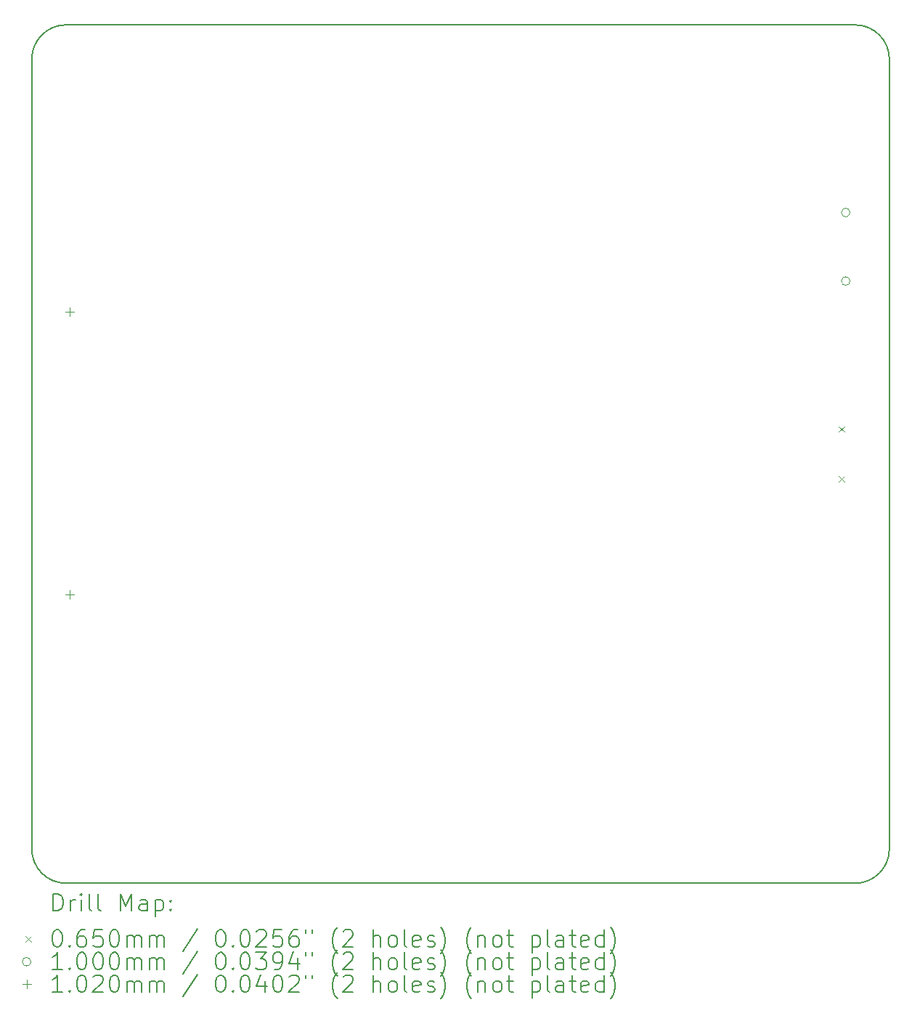
<source format=gbr>
%TF.GenerationSoftware,KiCad,Pcbnew,8.0.0*%
%TF.CreationDate,2024-03-17T16:56:19+08:00*%
%TF.ProjectId,bigger-brain,62696767-6572-42d6-9272-61696e2e6b69,2*%
%TF.SameCoordinates,Original*%
%TF.FileFunction,Drillmap*%
%TF.FilePolarity,Positive*%
%FSLAX45Y45*%
G04 Gerber Fmt 4.5, Leading zero omitted, Abs format (unit mm)*
G04 Created by KiCad (PCBNEW 8.0.0) date 2024-03-17 16:56:19*
%MOMM*%
%LPD*%
G01*
G04 APERTURE LIST*
%ADD10C,0.200000*%
%ADD11C,0.100000*%
%ADD12C,0.102000*%
G04 APERTURE END LIST*
D10*
X12100000Y-5500000D02*
X12100000Y-5500000D01*
G75*
G02*
X12500000Y-5900000I0J-400000D01*
G01*
X12500000Y-15100000D01*
G75*
G02*
X12100000Y-15500000I-400000J0D01*
G01*
X2900000Y-15500000D01*
G75*
G02*
X2500000Y-15100000I0J400000D01*
G01*
X2500000Y-5900000D01*
G75*
G02*
X2900000Y-5500000I400000J0D01*
G01*
X12100000Y-5500000D01*
D11*
X11907500Y-10178500D02*
X11972500Y-10243500D01*
X11972500Y-10178500D02*
X11907500Y-10243500D01*
X11907500Y-10756500D02*
X11972500Y-10821500D01*
X11972500Y-10756500D02*
X11907500Y-10821500D01*
X12040934Y-7686440D02*
G75*
G02*
X11940935Y-7686440I-50000J0D01*
G01*
X11940935Y-7686440D02*
G75*
G02*
X12040934Y-7686440I50000J0D01*
G01*
X12040934Y-8484000D02*
G75*
G02*
X11940935Y-8484000I-50000J0D01*
G01*
X11940935Y-8484000D02*
G75*
G02*
X12040934Y-8484000I50000J0D01*
G01*
D12*
X2946000Y-8789000D02*
X2946000Y-8891000D01*
X2895000Y-8840000D02*
X2997000Y-8840000D01*
X2946000Y-12089000D02*
X2946000Y-12191000D01*
X2895000Y-12140000D02*
X2997000Y-12140000D01*
D10*
X2750777Y-15821484D02*
X2750777Y-15621484D01*
X2750777Y-15621484D02*
X2798396Y-15621484D01*
X2798396Y-15621484D02*
X2826967Y-15631008D01*
X2826967Y-15631008D02*
X2846015Y-15650055D01*
X2846015Y-15650055D02*
X2855539Y-15669103D01*
X2855539Y-15669103D02*
X2865062Y-15707198D01*
X2865062Y-15707198D02*
X2865062Y-15735769D01*
X2865062Y-15735769D02*
X2855539Y-15773865D01*
X2855539Y-15773865D02*
X2846015Y-15792912D01*
X2846015Y-15792912D02*
X2826967Y-15811960D01*
X2826967Y-15811960D02*
X2798396Y-15821484D01*
X2798396Y-15821484D02*
X2750777Y-15821484D01*
X2950777Y-15821484D02*
X2950777Y-15688150D01*
X2950777Y-15726246D02*
X2960301Y-15707198D01*
X2960301Y-15707198D02*
X2969824Y-15697674D01*
X2969824Y-15697674D02*
X2988872Y-15688150D01*
X2988872Y-15688150D02*
X3007920Y-15688150D01*
X3074586Y-15821484D02*
X3074586Y-15688150D01*
X3074586Y-15621484D02*
X3065062Y-15631008D01*
X3065062Y-15631008D02*
X3074586Y-15640531D01*
X3074586Y-15640531D02*
X3084110Y-15631008D01*
X3084110Y-15631008D02*
X3074586Y-15621484D01*
X3074586Y-15621484D02*
X3074586Y-15640531D01*
X3198396Y-15821484D02*
X3179348Y-15811960D01*
X3179348Y-15811960D02*
X3169824Y-15792912D01*
X3169824Y-15792912D02*
X3169824Y-15621484D01*
X3303158Y-15821484D02*
X3284110Y-15811960D01*
X3284110Y-15811960D02*
X3274586Y-15792912D01*
X3274586Y-15792912D02*
X3274586Y-15621484D01*
X3531729Y-15821484D02*
X3531729Y-15621484D01*
X3531729Y-15621484D02*
X3598396Y-15764341D01*
X3598396Y-15764341D02*
X3665062Y-15621484D01*
X3665062Y-15621484D02*
X3665062Y-15821484D01*
X3846015Y-15821484D02*
X3846015Y-15716722D01*
X3846015Y-15716722D02*
X3836491Y-15697674D01*
X3836491Y-15697674D02*
X3817443Y-15688150D01*
X3817443Y-15688150D02*
X3779348Y-15688150D01*
X3779348Y-15688150D02*
X3760301Y-15697674D01*
X3846015Y-15811960D02*
X3826967Y-15821484D01*
X3826967Y-15821484D02*
X3779348Y-15821484D01*
X3779348Y-15821484D02*
X3760301Y-15811960D01*
X3760301Y-15811960D02*
X3750777Y-15792912D01*
X3750777Y-15792912D02*
X3750777Y-15773865D01*
X3750777Y-15773865D02*
X3760301Y-15754817D01*
X3760301Y-15754817D02*
X3779348Y-15745293D01*
X3779348Y-15745293D02*
X3826967Y-15745293D01*
X3826967Y-15745293D02*
X3846015Y-15735769D01*
X3941253Y-15688150D02*
X3941253Y-15888150D01*
X3941253Y-15697674D02*
X3960301Y-15688150D01*
X3960301Y-15688150D02*
X3998396Y-15688150D01*
X3998396Y-15688150D02*
X4017443Y-15697674D01*
X4017443Y-15697674D02*
X4026967Y-15707198D01*
X4026967Y-15707198D02*
X4036491Y-15726246D01*
X4036491Y-15726246D02*
X4036491Y-15783388D01*
X4036491Y-15783388D02*
X4026967Y-15802436D01*
X4026967Y-15802436D02*
X4017443Y-15811960D01*
X4017443Y-15811960D02*
X3998396Y-15821484D01*
X3998396Y-15821484D02*
X3960301Y-15821484D01*
X3960301Y-15821484D02*
X3941253Y-15811960D01*
X4122205Y-15802436D02*
X4131729Y-15811960D01*
X4131729Y-15811960D02*
X4122205Y-15821484D01*
X4122205Y-15821484D02*
X4112682Y-15811960D01*
X4112682Y-15811960D02*
X4122205Y-15802436D01*
X4122205Y-15802436D02*
X4122205Y-15821484D01*
X4122205Y-15697674D02*
X4131729Y-15707198D01*
X4131729Y-15707198D02*
X4122205Y-15716722D01*
X4122205Y-15716722D02*
X4112682Y-15707198D01*
X4112682Y-15707198D02*
X4122205Y-15697674D01*
X4122205Y-15697674D02*
X4122205Y-15716722D01*
D11*
X2425000Y-16117500D02*
X2490000Y-16182500D01*
X2490000Y-16117500D02*
X2425000Y-16182500D01*
D10*
X2788872Y-16041484D02*
X2807920Y-16041484D01*
X2807920Y-16041484D02*
X2826967Y-16051008D01*
X2826967Y-16051008D02*
X2836491Y-16060531D01*
X2836491Y-16060531D02*
X2846015Y-16079579D01*
X2846015Y-16079579D02*
X2855539Y-16117674D01*
X2855539Y-16117674D02*
X2855539Y-16165293D01*
X2855539Y-16165293D02*
X2846015Y-16203388D01*
X2846015Y-16203388D02*
X2836491Y-16222436D01*
X2836491Y-16222436D02*
X2826967Y-16231960D01*
X2826967Y-16231960D02*
X2807920Y-16241484D01*
X2807920Y-16241484D02*
X2788872Y-16241484D01*
X2788872Y-16241484D02*
X2769824Y-16231960D01*
X2769824Y-16231960D02*
X2760301Y-16222436D01*
X2760301Y-16222436D02*
X2750777Y-16203388D01*
X2750777Y-16203388D02*
X2741253Y-16165293D01*
X2741253Y-16165293D02*
X2741253Y-16117674D01*
X2741253Y-16117674D02*
X2750777Y-16079579D01*
X2750777Y-16079579D02*
X2760301Y-16060531D01*
X2760301Y-16060531D02*
X2769824Y-16051008D01*
X2769824Y-16051008D02*
X2788872Y-16041484D01*
X2941253Y-16222436D02*
X2950777Y-16231960D01*
X2950777Y-16231960D02*
X2941253Y-16241484D01*
X2941253Y-16241484D02*
X2931729Y-16231960D01*
X2931729Y-16231960D02*
X2941253Y-16222436D01*
X2941253Y-16222436D02*
X2941253Y-16241484D01*
X3122205Y-16041484D02*
X3084110Y-16041484D01*
X3084110Y-16041484D02*
X3065062Y-16051008D01*
X3065062Y-16051008D02*
X3055539Y-16060531D01*
X3055539Y-16060531D02*
X3036491Y-16089103D01*
X3036491Y-16089103D02*
X3026967Y-16127198D01*
X3026967Y-16127198D02*
X3026967Y-16203388D01*
X3026967Y-16203388D02*
X3036491Y-16222436D01*
X3036491Y-16222436D02*
X3046015Y-16231960D01*
X3046015Y-16231960D02*
X3065062Y-16241484D01*
X3065062Y-16241484D02*
X3103158Y-16241484D01*
X3103158Y-16241484D02*
X3122205Y-16231960D01*
X3122205Y-16231960D02*
X3131729Y-16222436D01*
X3131729Y-16222436D02*
X3141253Y-16203388D01*
X3141253Y-16203388D02*
X3141253Y-16155769D01*
X3141253Y-16155769D02*
X3131729Y-16136722D01*
X3131729Y-16136722D02*
X3122205Y-16127198D01*
X3122205Y-16127198D02*
X3103158Y-16117674D01*
X3103158Y-16117674D02*
X3065062Y-16117674D01*
X3065062Y-16117674D02*
X3046015Y-16127198D01*
X3046015Y-16127198D02*
X3036491Y-16136722D01*
X3036491Y-16136722D02*
X3026967Y-16155769D01*
X3322205Y-16041484D02*
X3226967Y-16041484D01*
X3226967Y-16041484D02*
X3217443Y-16136722D01*
X3217443Y-16136722D02*
X3226967Y-16127198D01*
X3226967Y-16127198D02*
X3246015Y-16117674D01*
X3246015Y-16117674D02*
X3293634Y-16117674D01*
X3293634Y-16117674D02*
X3312682Y-16127198D01*
X3312682Y-16127198D02*
X3322205Y-16136722D01*
X3322205Y-16136722D02*
X3331729Y-16155769D01*
X3331729Y-16155769D02*
X3331729Y-16203388D01*
X3331729Y-16203388D02*
X3322205Y-16222436D01*
X3322205Y-16222436D02*
X3312682Y-16231960D01*
X3312682Y-16231960D02*
X3293634Y-16241484D01*
X3293634Y-16241484D02*
X3246015Y-16241484D01*
X3246015Y-16241484D02*
X3226967Y-16231960D01*
X3226967Y-16231960D02*
X3217443Y-16222436D01*
X3455539Y-16041484D02*
X3474586Y-16041484D01*
X3474586Y-16041484D02*
X3493634Y-16051008D01*
X3493634Y-16051008D02*
X3503158Y-16060531D01*
X3503158Y-16060531D02*
X3512682Y-16079579D01*
X3512682Y-16079579D02*
X3522205Y-16117674D01*
X3522205Y-16117674D02*
X3522205Y-16165293D01*
X3522205Y-16165293D02*
X3512682Y-16203388D01*
X3512682Y-16203388D02*
X3503158Y-16222436D01*
X3503158Y-16222436D02*
X3493634Y-16231960D01*
X3493634Y-16231960D02*
X3474586Y-16241484D01*
X3474586Y-16241484D02*
X3455539Y-16241484D01*
X3455539Y-16241484D02*
X3436491Y-16231960D01*
X3436491Y-16231960D02*
X3426967Y-16222436D01*
X3426967Y-16222436D02*
X3417443Y-16203388D01*
X3417443Y-16203388D02*
X3407920Y-16165293D01*
X3407920Y-16165293D02*
X3407920Y-16117674D01*
X3407920Y-16117674D02*
X3417443Y-16079579D01*
X3417443Y-16079579D02*
X3426967Y-16060531D01*
X3426967Y-16060531D02*
X3436491Y-16051008D01*
X3436491Y-16051008D02*
X3455539Y-16041484D01*
X3607920Y-16241484D02*
X3607920Y-16108150D01*
X3607920Y-16127198D02*
X3617443Y-16117674D01*
X3617443Y-16117674D02*
X3636491Y-16108150D01*
X3636491Y-16108150D02*
X3665063Y-16108150D01*
X3665063Y-16108150D02*
X3684110Y-16117674D01*
X3684110Y-16117674D02*
X3693634Y-16136722D01*
X3693634Y-16136722D02*
X3693634Y-16241484D01*
X3693634Y-16136722D02*
X3703158Y-16117674D01*
X3703158Y-16117674D02*
X3722205Y-16108150D01*
X3722205Y-16108150D02*
X3750777Y-16108150D01*
X3750777Y-16108150D02*
X3769824Y-16117674D01*
X3769824Y-16117674D02*
X3779348Y-16136722D01*
X3779348Y-16136722D02*
X3779348Y-16241484D01*
X3874586Y-16241484D02*
X3874586Y-16108150D01*
X3874586Y-16127198D02*
X3884110Y-16117674D01*
X3884110Y-16117674D02*
X3903158Y-16108150D01*
X3903158Y-16108150D02*
X3931729Y-16108150D01*
X3931729Y-16108150D02*
X3950777Y-16117674D01*
X3950777Y-16117674D02*
X3960301Y-16136722D01*
X3960301Y-16136722D02*
X3960301Y-16241484D01*
X3960301Y-16136722D02*
X3969824Y-16117674D01*
X3969824Y-16117674D02*
X3988872Y-16108150D01*
X3988872Y-16108150D02*
X4017443Y-16108150D01*
X4017443Y-16108150D02*
X4036491Y-16117674D01*
X4036491Y-16117674D02*
X4046015Y-16136722D01*
X4046015Y-16136722D02*
X4046015Y-16241484D01*
X4436491Y-16031960D02*
X4265063Y-16289103D01*
X4693634Y-16041484D02*
X4712682Y-16041484D01*
X4712682Y-16041484D02*
X4731729Y-16051008D01*
X4731729Y-16051008D02*
X4741253Y-16060531D01*
X4741253Y-16060531D02*
X4750777Y-16079579D01*
X4750777Y-16079579D02*
X4760301Y-16117674D01*
X4760301Y-16117674D02*
X4760301Y-16165293D01*
X4760301Y-16165293D02*
X4750777Y-16203388D01*
X4750777Y-16203388D02*
X4741253Y-16222436D01*
X4741253Y-16222436D02*
X4731729Y-16231960D01*
X4731729Y-16231960D02*
X4712682Y-16241484D01*
X4712682Y-16241484D02*
X4693634Y-16241484D01*
X4693634Y-16241484D02*
X4674587Y-16231960D01*
X4674587Y-16231960D02*
X4665063Y-16222436D01*
X4665063Y-16222436D02*
X4655539Y-16203388D01*
X4655539Y-16203388D02*
X4646015Y-16165293D01*
X4646015Y-16165293D02*
X4646015Y-16117674D01*
X4646015Y-16117674D02*
X4655539Y-16079579D01*
X4655539Y-16079579D02*
X4665063Y-16060531D01*
X4665063Y-16060531D02*
X4674587Y-16051008D01*
X4674587Y-16051008D02*
X4693634Y-16041484D01*
X4846015Y-16222436D02*
X4855539Y-16231960D01*
X4855539Y-16231960D02*
X4846015Y-16241484D01*
X4846015Y-16241484D02*
X4836491Y-16231960D01*
X4836491Y-16231960D02*
X4846015Y-16222436D01*
X4846015Y-16222436D02*
X4846015Y-16241484D01*
X4979348Y-16041484D02*
X4998396Y-16041484D01*
X4998396Y-16041484D02*
X5017444Y-16051008D01*
X5017444Y-16051008D02*
X5026968Y-16060531D01*
X5026968Y-16060531D02*
X5036491Y-16079579D01*
X5036491Y-16079579D02*
X5046015Y-16117674D01*
X5046015Y-16117674D02*
X5046015Y-16165293D01*
X5046015Y-16165293D02*
X5036491Y-16203388D01*
X5036491Y-16203388D02*
X5026968Y-16222436D01*
X5026968Y-16222436D02*
X5017444Y-16231960D01*
X5017444Y-16231960D02*
X4998396Y-16241484D01*
X4998396Y-16241484D02*
X4979348Y-16241484D01*
X4979348Y-16241484D02*
X4960301Y-16231960D01*
X4960301Y-16231960D02*
X4950777Y-16222436D01*
X4950777Y-16222436D02*
X4941253Y-16203388D01*
X4941253Y-16203388D02*
X4931729Y-16165293D01*
X4931729Y-16165293D02*
X4931729Y-16117674D01*
X4931729Y-16117674D02*
X4941253Y-16079579D01*
X4941253Y-16079579D02*
X4950777Y-16060531D01*
X4950777Y-16060531D02*
X4960301Y-16051008D01*
X4960301Y-16051008D02*
X4979348Y-16041484D01*
X5122206Y-16060531D02*
X5131729Y-16051008D01*
X5131729Y-16051008D02*
X5150777Y-16041484D01*
X5150777Y-16041484D02*
X5198396Y-16041484D01*
X5198396Y-16041484D02*
X5217444Y-16051008D01*
X5217444Y-16051008D02*
X5226968Y-16060531D01*
X5226968Y-16060531D02*
X5236491Y-16079579D01*
X5236491Y-16079579D02*
X5236491Y-16098627D01*
X5236491Y-16098627D02*
X5226968Y-16127198D01*
X5226968Y-16127198D02*
X5112682Y-16241484D01*
X5112682Y-16241484D02*
X5236491Y-16241484D01*
X5417444Y-16041484D02*
X5322206Y-16041484D01*
X5322206Y-16041484D02*
X5312682Y-16136722D01*
X5312682Y-16136722D02*
X5322206Y-16127198D01*
X5322206Y-16127198D02*
X5341253Y-16117674D01*
X5341253Y-16117674D02*
X5388872Y-16117674D01*
X5388872Y-16117674D02*
X5407920Y-16127198D01*
X5407920Y-16127198D02*
X5417444Y-16136722D01*
X5417444Y-16136722D02*
X5426968Y-16155769D01*
X5426968Y-16155769D02*
X5426968Y-16203388D01*
X5426968Y-16203388D02*
X5417444Y-16222436D01*
X5417444Y-16222436D02*
X5407920Y-16231960D01*
X5407920Y-16231960D02*
X5388872Y-16241484D01*
X5388872Y-16241484D02*
X5341253Y-16241484D01*
X5341253Y-16241484D02*
X5322206Y-16231960D01*
X5322206Y-16231960D02*
X5312682Y-16222436D01*
X5598396Y-16041484D02*
X5560301Y-16041484D01*
X5560301Y-16041484D02*
X5541253Y-16051008D01*
X5541253Y-16051008D02*
X5531729Y-16060531D01*
X5531729Y-16060531D02*
X5512682Y-16089103D01*
X5512682Y-16089103D02*
X5503158Y-16127198D01*
X5503158Y-16127198D02*
X5503158Y-16203388D01*
X5503158Y-16203388D02*
X5512682Y-16222436D01*
X5512682Y-16222436D02*
X5522206Y-16231960D01*
X5522206Y-16231960D02*
X5541253Y-16241484D01*
X5541253Y-16241484D02*
X5579349Y-16241484D01*
X5579349Y-16241484D02*
X5598396Y-16231960D01*
X5598396Y-16231960D02*
X5607920Y-16222436D01*
X5607920Y-16222436D02*
X5617444Y-16203388D01*
X5617444Y-16203388D02*
X5617444Y-16155769D01*
X5617444Y-16155769D02*
X5607920Y-16136722D01*
X5607920Y-16136722D02*
X5598396Y-16127198D01*
X5598396Y-16127198D02*
X5579349Y-16117674D01*
X5579349Y-16117674D02*
X5541253Y-16117674D01*
X5541253Y-16117674D02*
X5522206Y-16127198D01*
X5522206Y-16127198D02*
X5512682Y-16136722D01*
X5512682Y-16136722D02*
X5503158Y-16155769D01*
X5693634Y-16041484D02*
X5693634Y-16079579D01*
X5769825Y-16041484D02*
X5769825Y-16079579D01*
X6065063Y-16317674D02*
X6055539Y-16308150D01*
X6055539Y-16308150D02*
X6036491Y-16279579D01*
X6036491Y-16279579D02*
X6026968Y-16260531D01*
X6026968Y-16260531D02*
X6017444Y-16231960D01*
X6017444Y-16231960D02*
X6007920Y-16184341D01*
X6007920Y-16184341D02*
X6007920Y-16146246D01*
X6007920Y-16146246D02*
X6017444Y-16098627D01*
X6017444Y-16098627D02*
X6026968Y-16070055D01*
X6026968Y-16070055D02*
X6036491Y-16051008D01*
X6036491Y-16051008D02*
X6055539Y-16022436D01*
X6055539Y-16022436D02*
X6065063Y-16012912D01*
X6131729Y-16060531D02*
X6141253Y-16051008D01*
X6141253Y-16051008D02*
X6160301Y-16041484D01*
X6160301Y-16041484D02*
X6207920Y-16041484D01*
X6207920Y-16041484D02*
X6226968Y-16051008D01*
X6226968Y-16051008D02*
X6236491Y-16060531D01*
X6236491Y-16060531D02*
X6246015Y-16079579D01*
X6246015Y-16079579D02*
X6246015Y-16098627D01*
X6246015Y-16098627D02*
X6236491Y-16127198D01*
X6236491Y-16127198D02*
X6122206Y-16241484D01*
X6122206Y-16241484D02*
X6246015Y-16241484D01*
X6484110Y-16241484D02*
X6484110Y-16041484D01*
X6569825Y-16241484D02*
X6569825Y-16136722D01*
X6569825Y-16136722D02*
X6560301Y-16117674D01*
X6560301Y-16117674D02*
X6541253Y-16108150D01*
X6541253Y-16108150D02*
X6512682Y-16108150D01*
X6512682Y-16108150D02*
X6493634Y-16117674D01*
X6493634Y-16117674D02*
X6484110Y-16127198D01*
X6693634Y-16241484D02*
X6674587Y-16231960D01*
X6674587Y-16231960D02*
X6665063Y-16222436D01*
X6665063Y-16222436D02*
X6655539Y-16203388D01*
X6655539Y-16203388D02*
X6655539Y-16146246D01*
X6655539Y-16146246D02*
X6665063Y-16127198D01*
X6665063Y-16127198D02*
X6674587Y-16117674D01*
X6674587Y-16117674D02*
X6693634Y-16108150D01*
X6693634Y-16108150D02*
X6722206Y-16108150D01*
X6722206Y-16108150D02*
X6741253Y-16117674D01*
X6741253Y-16117674D02*
X6750777Y-16127198D01*
X6750777Y-16127198D02*
X6760301Y-16146246D01*
X6760301Y-16146246D02*
X6760301Y-16203388D01*
X6760301Y-16203388D02*
X6750777Y-16222436D01*
X6750777Y-16222436D02*
X6741253Y-16231960D01*
X6741253Y-16231960D02*
X6722206Y-16241484D01*
X6722206Y-16241484D02*
X6693634Y-16241484D01*
X6874587Y-16241484D02*
X6855539Y-16231960D01*
X6855539Y-16231960D02*
X6846015Y-16212912D01*
X6846015Y-16212912D02*
X6846015Y-16041484D01*
X7026968Y-16231960D02*
X7007920Y-16241484D01*
X7007920Y-16241484D02*
X6969825Y-16241484D01*
X6969825Y-16241484D02*
X6950777Y-16231960D01*
X6950777Y-16231960D02*
X6941253Y-16212912D01*
X6941253Y-16212912D02*
X6941253Y-16136722D01*
X6941253Y-16136722D02*
X6950777Y-16117674D01*
X6950777Y-16117674D02*
X6969825Y-16108150D01*
X6969825Y-16108150D02*
X7007920Y-16108150D01*
X7007920Y-16108150D02*
X7026968Y-16117674D01*
X7026968Y-16117674D02*
X7036491Y-16136722D01*
X7036491Y-16136722D02*
X7036491Y-16155769D01*
X7036491Y-16155769D02*
X6941253Y-16174817D01*
X7112682Y-16231960D02*
X7131730Y-16241484D01*
X7131730Y-16241484D02*
X7169825Y-16241484D01*
X7169825Y-16241484D02*
X7188872Y-16231960D01*
X7188872Y-16231960D02*
X7198396Y-16212912D01*
X7198396Y-16212912D02*
X7198396Y-16203388D01*
X7198396Y-16203388D02*
X7188872Y-16184341D01*
X7188872Y-16184341D02*
X7169825Y-16174817D01*
X7169825Y-16174817D02*
X7141253Y-16174817D01*
X7141253Y-16174817D02*
X7122206Y-16165293D01*
X7122206Y-16165293D02*
X7112682Y-16146246D01*
X7112682Y-16146246D02*
X7112682Y-16136722D01*
X7112682Y-16136722D02*
X7122206Y-16117674D01*
X7122206Y-16117674D02*
X7141253Y-16108150D01*
X7141253Y-16108150D02*
X7169825Y-16108150D01*
X7169825Y-16108150D02*
X7188872Y-16117674D01*
X7265063Y-16317674D02*
X7274587Y-16308150D01*
X7274587Y-16308150D02*
X7293634Y-16279579D01*
X7293634Y-16279579D02*
X7303158Y-16260531D01*
X7303158Y-16260531D02*
X7312682Y-16231960D01*
X7312682Y-16231960D02*
X7322206Y-16184341D01*
X7322206Y-16184341D02*
X7322206Y-16146246D01*
X7322206Y-16146246D02*
X7312682Y-16098627D01*
X7312682Y-16098627D02*
X7303158Y-16070055D01*
X7303158Y-16070055D02*
X7293634Y-16051008D01*
X7293634Y-16051008D02*
X7274587Y-16022436D01*
X7274587Y-16022436D02*
X7265063Y-16012912D01*
X7626968Y-16317674D02*
X7617444Y-16308150D01*
X7617444Y-16308150D02*
X7598396Y-16279579D01*
X7598396Y-16279579D02*
X7588872Y-16260531D01*
X7588872Y-16260531D02*
X7579349Y-16231960D01*
X7579349Y-16231960D02*
X7569825Y-16184341D01*
X7569825Y-16184341D02*
X7569825Y-16146246D01*
X7569825Y-16146246D02*
X7579349Y-16098627D01*
X7579349Y-16098627D02*
X7588872Y-16070055D01*
X7588872Y-16070055D02*
X7598396Y-16051008D01*
X7598396Y-16051008D02*
X7617444Y-16022436D01*
X7617444Y-16022436D02*
X7626968Y-16012912D01*
X7703158Y-16108150D02*
X7703158Y-16241484D01*
X7703158Y-16127198D02*
X7712682Y-16117674D01*
X7712682Y-16117674D02*
X7731730Y-16108150D01*
X7731730Y-16108150D02*
X7760301Y-16108150D01*
X7760301Y-16108150D02*
X7779349Y-16117674D01*
X7779349Y-16117674D02*
X7788872Y-16136722D01*
X7788872Y-16136722D02*
X7788872Y-16241484D01*
X7912682Y-16241484D02*
X7893634Y-16231960D01*
X7893634Y-16231960D02*
X7884111Y-16222436D01*
X7884111Y-16222436D02*
X7874587Y-16203388D01*
X7874587Y-16203388D02*
X7874587Y-16146246D01*
X7874587Y-16146246D02*
X7884111Y-16127198D01*
X7884111Y-16127198D02*
X7893634Y-16117674D01*
X7893634Y-16117674D02*
X7912682Y-16108150D01*
X7912682Y-16108150D02*
X7941253Y-16108150D01*
X7941253Y-16108150D02*
X7960301Y-16117674D01*
X7960301Y-16117674D02*
X7969825Y-16127198D01*
X7969825Y-16127198D02*
X7979349Y-16146246D01*
X7979349Y-16146246D02*
X7979349Y-16203388D01*
X7979349Y-16203388D02*
X7969825Y-16222436D01*
X7969825Y-16222436D02*
X7960301Y-16231960D01*
X7960301Y-16231960D02*
X7941253Y-16241484D01*
X7941253Y-16241484D02*
X7912682Y-16241484D01*
X8036492Y-16108150D02*
X8112682Y-16108150D01*
X8065063Y-16041484D02*
X8065063Y-16212912D01*
X8065063Y-16212912D02*
X8074587Y-16231960D01*
X8074587Y-16231960D02*
X8093634Y-16241484D01*
X8093634Y-16241484D02*
X8112682Y-16241484D01*
X8331730Y-16108150D02*
X8331730Y-16308150D01*
X8331730Y-16117674D02*
X8350777Y-16108150D01*
X8350777Y-16108150D02*
X8388873Y-16108150D01*
X8388873Y-16108150D02*
X8407920Y-16117674D01*
X8407920Y-16117674D02*
X8417444Y-16127198D01*
X8417444Y-16127198D02*
X8426968Y-16146246D01*
X8426968Y-16146246D02*
X8426968Y-16203388D01*
X8426968Y-16203388D02*
X8417444Y-16222436D01*
X8417444Y-16222436D02*
X8407920Y-16231960D01*
X8407920Y-16231960D02*
X8388873Y-16241484D01*
X8388873Y-16241484D02*
X8350777Y-16241484D01*
X8350777Y-16241484D02*
X8331730Y-16231960D01*
X8541254Y-16241484D02*
X8522206Y-16231960D01*
X8522206Y-16231960D02*
X8512682Y-16212912D01*
X8512682Y-16212912D02*
X8512682Y-16041484D01*
X8703158Y-16241484D02*
X8703158Y-16136722D01*
X8703158Y-16136722D02*
X8693635Y-16117674D01*
X8693635Y-16117674D02*
X8674587Y-16108150D01*
X8674587Y-16108150D02*
X8636492Y-16108150D01*
X8636492Y-16108150D02*
X8617444Y-16117674D01*
X8703158Y-16231960D02*
X8684111Y-16241484D01*
X8684111Y-16241484D02*
X8636492Y-16241484D01*
X8636492Y-16241484D02*
X8617444Y-16231960D01*
X8617444Y-16231960D02*
X8607920Y-16212912D01*
X8607920Y-16212912D02*
X8607920Y-16193865D01*
X8607920Y-16193865D02*
X8617444Y-16174817D01*
X8617444Y-16174817D02*
X8636492Y-16165293D01*
X8636492Y-16165293D02*
X8684111Y-16165293D01*
X8684111Y-16165293D02*
X8703158Y-16155769D01*
X8769825Y-16108150D02*
X8846015Y-16108150D01*
X8798396Y-16041484D02*
X8798396Y-16212912D01*
X8798396Y-16212912D02*
X8807920Y-16231960D01*
X8807920Y-16231960D02*
X8826968Y-16241484D01*
X8826968Y-16241484D02*
X8846015Y-16241484D01*
X8988873Y-16231960D02*
X8969825Y-16241484D01*
X8969825Y-16241484D02*
X8931730Y-16241484D01*
X8931730Y-16241484D02*
X8912682Y-16231960D01*
X8912682Y-16231960D02*
X8903158Y-16212912D01*
X8903158Y-16212912D02*
X8903158Y-16136722D01*
X8903158Y-16136722D02*
X8912682Y-16117674D01*
X8912682Y-16117674D02*
X8931730Y-16108150D01*
X8931730Y-16108150D02*
X8969825Y-16108150D01*
X8969825Y-16108150D02*
X8988873Y-16117674D01*
X8988873Y-16117674D02*
X8998396Y-16136722D01*
X8998396Y-16136722D02*
X8998396Y-16155769D01*
X8998396Y-16155769D02*
X8903158Y-16174817D01*
X9169825Y-16241484D02*
X9169825Y-16041484D01*
X9169825Y-16231960D02*
X9150777Y-16241484D01*
X9150777Y-16241484D02*
X9112682Y-16241484D01*
X9112682Y-16241484D02*
X9093635Y-16231960D01*
X9093635Y-16231960D02*
X9084111Y-16222436D01*
X9084111Y-16222436D02*
X9074587Y-16203388D01*
X9074587Y-16203388D02*
X9074587Y-16146246D01*
X9074587Y-16146246D02*
X9084111Y-16127198D01*
X9084111Y-16127198D02*
X9093635Y-16117674D01*
X9093635Y-16117674D02*
X9112682Y-16108150D01*
X9112682Y-16108150D02*
X9150777Y-16108150D01*
X9150777Y-16108150D02*
X9169825Y-16117674D01*
X9246016Y-16317674D02*
X9255539Y-16308150D01*
X9255539Y-16308150D02*
X9274587Y-16279579D01*
X9274587Y-16279579D02*
X9284111Y-16260531D01*
X9284111Y-16260531D02*
X9293635Y-16231960D01*
X9293635Y-16231960D02*
X9303158Y-16184341D01*
X9303158Y-16184341D02*
X9303158Y-16146246D01*
X9303158Y-16146246D02*
X9293635Y-16098627D01*
X9293635Y-16098627D02*
X9284111Y-16070055D01*
X9284111Y-16070055D02*
X9274587Y-16051008D01*
X9274587Y-16051008D02*
X9255539Y-16022436D01*
X9255539Y-16022436D02*
X9246016Y-16012912D01*
D11*
X2490000Y-16414000D02*
G75*
G02*
X2390000Y-16414000I-50000J0D01*
G01*
X2390000Y-16414000D02*
G75*
G02*
X2490000Y-16414000I50000J0D01*
G01*
D10*
X2855539Y-16505484D02*
X2741253Y-16505484D01*
X2798396Y-16505484D02*
X2798396Y-16305484D01*
X2798396Y-16305484D02*
X2779348Y-16334055D01*
X2779348Y-16334055D02*
X2760301Y-16353103D01*
X2760301Y-16353103D02*
X2741253Y-16362627D01*
X2941253Y-16486436D02*
X2950777Y-16495960D01*
X2950777Y-16495960D02*
X2941253Y-16505484D01*
X2941253Y-16505484D02*
X2931729Y-16495960D01*
X2931729Y-16495960D02*
X2941253Y-16486436D01*
X2941253Y-16486436D02*
X2941253Y-16505484D01*
X3074586Y-16305484D02*
X3093634Y-16305484D01*
X3093634Y-16305484D02*
X3112682Y-16315008D01*
X3112682Y-16315008D02*
X3122205Y-16324531D01*
X3122205Y-16324531D02*
X3131729Y-16343579D01*
X3131729Y-16343579D02*
X3141253Y-16381674D01*
X3141253Y-16381674D02*
X3141253Y-16429293D01*
X3141253Y-16429293D02*
X3131729Y-16467388D01*
X3131729Y-16467388D02*
X3122205Y-16486436D01*
X3122205Y-16486436D02*
X3112682Y-16495960D01*
X3112682Y-16495960D02*
X3093634Y-16505484D01*
X3093634Y-16505484D02*
X3074586Y-16505484D01*
X3074586Y-16505484D02*
X3055539Y-16495960D01*
X3055539Y-16495960D02*
X3046015Y-16486436D01*
X3046015Y-16486436D02*
X3036491Y-16467388D01*
X3036491Y-16467388D02*
X3026967Y-16429293D01*
X3026967Y-16429293D02*
X3026967Y-16381674D01*
X3026967Y-16381674D02*
X3036491Y-16343579D01*
X3036491Y-16343579D02*
X3046015Y-16324531D01*
X3046015Y-16324531D02*
X3055539Y-16315008D01*
X3055539Y-16315008D02*
X3074586Y-16305484D01*
X3265062Y-16305484D02*
X3284110Y-16305484D01*
X3284110Y-16305484D02*
X3303158Y-16315008D01*
X3303158Y-16315008D02*
X3312682Y-16324531D01*
X3312682Y-16324531D02*
X3322205Y-16343579D01*
X3322205Y-16343579D02*
X3331729Y-16381674D01*
X3331729Y-16381674D02*
X3331729Y-16429293D01*
X3331729Y-16429293D02*
X3322205Y-16467388D01*
X3322205Y-16467388D02*
X3312682Y-16486436D01*
X3312682Y-16486436D02*
X3303158Y-16495960D01*
X3303158Y-16495960D02*
X3284110Y-16505484D01*
X3284110Y-16505484D02*
X3265062Y-16505484D01*
X3265062Y-16505484D02*
X3246015Y-16495960D01*
X3246015Y-16495960D02*
X3236491Y-16486436D01*
X3236491Y-16486436D02*
X3226967Y-16467388D01*
X3226967Y-16467388D02*
X3217443Y-16429293D01*
X3217443Y-16429293D02*
X3217443Y-16381674D01*
X3217443Y-16381674D02*
X3226967Y-16343579D01*
X3226967Y-16343579D02*
X3236491Y-16324531D01*
X3236491Y-16324531D02*
X3246015Y-16315008D01*
X3246015Y-16315008D02*
X3265062Y-16305484D01*
X3455539Y-16305484D02*
X3474586Y-16305484D01*
X3474586Y-16305484D02*
X3493634Y-16315008D01*
X3493634Y-16315008D02*
X3503158Y-16324531D01*
X3503158Y-16324531D02*
X3512682Y-16343579D01*
X3512682Y-16343579D02*
X3522205Y-16381674D01*
X3522205Y-16381674D02*
X3522205Y-16429293D01*
X3522205Y-16429293D02*
X3512682Y-16467388D01*
X3512682Y-16467388D02*
X3503158Y-16486436D01*
X3503158Y-16486436D02*
X3493634Y-16495960D01*
X3493634Y-16495960D02*
X3474586Y-16505484D01*
X3474586Y-16505484D02*
X3455539Y-16505484D01*
X3455539Y-16505484D02*
X3436491Y-16495960D01*
X3436491Y-16495960D02*
X3426967Y-16486436D01*
X3426967Y-16486436D02*
X3417443Y-16467388D01*
X3417443Y-16467388D02*
X3407920Y-16429293D01*
X3407920Y-16429293D02*
X3407920Y-16381674D01*
X3407920Y-16381674D02*
X3417443Y-16343579D01*
X3417443Y-16343579D02*
X3426967Y-16324531D01*
X3426967Y-16324531D02*
X3436491Y-16315008D01*
X3436491Y-16315008D02*
X3455539Y-16305484D01*
X3607920Y-16505484D02*
X3607920Y-16372150D01*
X3607920Y-16391198D02*
X3617443Y-16381674D01*
X3617443Y-16381674D02*
X3636491Y-16372150D01*
X3636491Y-16372150D02*
X3665063Y-16372150D01*
X3665063Y-16372150D02*
X3684110Y-16381674D01*
X3684110Y-16381674D02*
X3693634Y-16400722D01*
X3693634Y-16400722D02*
X3693634Y-16505484D01*
X3693634Y-16400722D02*
X3703158Y-16381674D01*
X3703158Y-16381674D02*
X3722205Y-16372150D01*
X3722205Y-16372150D02*
X3750777Y-16372150D01*
X3750777Y-16372150D02*
X3769824Y-16381674D01*
X3769824Y-16381674D02*
X3779348Y-16400722D01*
X3779348Y-16400722D02*
X3779348Y-16505484D01*
X3874586Y-16505484D02*
X3874586Y-16372150D01*
X3874586Y-16391198D02*
X3884110Y-16381674D01*
X3884110Y-16381674D02*
X3903158Y-16372150D01*
X3903158Y-16372150D02*
X3931729Y-16372150D01*
X3931729Y-16372150D02*
X3950777Y-16381674D01*
X3950777Y-16381674D02*
X3960301Y-16400722D01*
X3960301Y-16400722D02*
X3960301Y-16505484D01*
X3960301Y-16400722D02*
X3969824Y-16381674D01*
X3969824Y-16381674D02*
X3988872Y-16372150D01*
X3988872Y-16372150D02*
X4017443Y-16372150D01*
X4017443Y-16372150D02*
X4036491Y-16381674D01*
X4036491Y-16381674D02*
X4046015Y-16400722D01*
X4046015Y-16400722D02*
X4046015Y-16505484D01*
X4436491Y-16295960D02*
X4265063Y-16553103D01*
X4693634Y-16305484D02*
X4712682Y-16305484D01*
X4712682Y-16305484D02*
X4731729Y-16315008D01*
X4731729Y-16315008D02*
X4741253Y-16324531D01*
X4741253Y-16324531D02*
X4750777Y-16343579D01*
X4750777Y-16343579D02*
X4760301Y-16381674D01*
X4760301Y-16381674D02*
X4760301Y-16429293D01*
X4760301Y-16429293D02*
X4750777Y-16467388D01*
X4750777Y-16467388D02*
X4741253Y-16486436D01*
X4741253Y-16486436D02*
X4731729Y-16495960D01*
X4731729Y-16495960D02*
X4712682Y-16505484D01*
X4712682Y-16505484D02*
X4693634Y-16505484D01*
X4693634Y-16505484D02*
X4674587Y-16495960D01*
X4674587Y-16495960D02*
X4665063Y-16486436D01*
X4665063Y-16486436D02*
X4655539Y-16467388D01*
X4655539Y-16467388D02*
X4646015Y-16429293D01*
X4646015Y-16429293D02*
X4646015Y-16381674D01*
X4646015Y-16381674D02*
X4655539Y-16343579D01*
X4655539Y-16343579D02*
X4665063Y-16324531D01*
X4665063Y-16324531D02*
X4674587Y-16315008D01*
X4674587Y-16315008D02*
X4693634Y-16305484D01*
X4846015Y-16486436D02*
X4855539Y-16495960D01*
X4855539Y-16495960D02*
X4846015Y-16505484D01*
X4846015Y-16505484D02*
X4836491Y-16495960D01*
X4836491Y-16495960D02*
X4846015Y-16486436D01*
X4846015Y-16486436D02*
X4846015Y-16505484D01*
X4979348Y-16305484D02*
X4998396Y-16305484D01*
X4998396Y-16305484D02*
X5017444Y-16315008D01*
X5017444Y-16315008D02*
X5026968Y-16324531D01*
X5026968Y-16324531D02*
X5036491Y-16343579D01*
X5036491Y-16343579D02*
X5046015Y-16381674D01*
X5046015Y-16381674D02*
X5046015Y-16429293D01*
X5046015Y-16429293D02*
X5036491Y-16467388D01*
X5036491Y-16467388D02*
X5026968Y-16486436D01*
X5026968Y-16486436D02*
X5017444Y-16495960D01*
X5017444Y-16495960D02*
X4998396Y-16505484D01*
X4998396Y-16505484D02*
X4979348Y-16505484D01*
X4979348Y-16505484D02*
X4960301Y-16495960D01*
X4960301Y-16495960D02*
X4950777Y-16486436D01*
X4950777Y-16486436D02*
X4941253Y-16467388D01*
X4941253Y-16467388D02*
X4931729Y-16429293D01*
X4931729Y-16429293D02*
X4931729Y-16381674D01*
X4931729Y-16381674D02*
X4941253Y-16343579D01*
X4941253Y-16343579D02*
X4950777Y-16324531D01*
X4950777Y-16324531D02*
X4960301Y-16315008D01*
X4960301Y-16315008D02*
X4979348Y-16305484D01*
X5112682Y-16305484D02*
X5236491Y-16305484D01*
X5236491Y-16305484D02*
X5169825Y-16381674D01*
X5169825Y-16381674D02*
X5198396Y-16381674D01*
X5198396Y-16381674D02*
X5217444Y-16391198D01*
X5217444Y-16391198D02*
X5226968Y-16400722D01*
X5226968Y-16400722D02*
X5236491Y-16419769D01*
X5236491Y-16419769D02*
X5236491Y-16467388D01*
X5236491Y-16467388D02*
X5226968Y-16486436D01*
X5226968Y-16486436D02*
X5217444Y-16495960D01*
X5217444Y-16495960D02*
X5198396Y-16505484D01*
X5198396Y-16505484D02*
X5141253Y-16505484D01*
X5141253Y-16505484D02*
X5122206Y-16495960D01*
X5122206Y-16495960D02*
X5112682Y-16486436D01*
X5331729Y-16505484D02*
X5369825Y-16505484D01*
X5369825Y-16505484D02*
X5388872Y-16495960D01*
X5388872Y-16495960D02*
X5398396Y-16486436D01*
X5398396Y-16486436D02*
X5417444Y-16457865D01*
X5417444Y-16457865D02*
X5426968Y-16419769D01*
X5426968Y-16419769D02*
X5426968Y-16343579D01*
X5426968Y-16343579D02*
X5417444Y-16324531D01*
X5417444Y-16324531D02*
X5407920Y-16315008D01*
X5407920Y-16315008D02*
X5388872Y-16305484D01*
X5388872Y-16305484D02*
X5350777Y-16305484D01*
X5350777Y-16305484D02*
X5331729Y-16315008D01*
X5331729Y-16315008D02*
X5322206Y-16324531D01*
X5322206Y-16324531D02*
X5312682Y-16343579D01*
X5312682Y-16343579D02*
X5312682Y-16391198D01*
X5312682Y-16391198D02*
X5322206Y-16410246D01*
X5322206Y-16410246D02*
X5331729Y-16419769D01*
X5331729Y-16419769D02*
X5350777Y-16429293D01*
X5350777Y-16429293D02*
X5388872Y-16429293D01*
X5388872Y-16429293D02*
X5407920Y-16419769D01*
X5407920Y-16419769D02*
X5417444Y-16410246D01*
X5417444Y-16410246D02*
X5426968Y-16391198D01*
X5598396Y-16372150D02*
X5598396Y-16505484D01*
X5550777Y-16295960D02*
X5503158Y-16438817D01*
X5503158Y-16438817D02*
X5626967Y-16438817D01*
X5693634Y-16305484D02*
X5693634Y-16343579D01*
X5769825Y-16305484D02*
X5769825Y-16343579D01*
X6065063Y-16581674D02*
X6055539Y-16572150D01*
X6055539Y-16572150D02*
X6036491Y-16543579D01*
X6036491Y-16543579D02*
X6026968Y-16524531D01*
X6026968Y-16524531D02*
X6017444Y-16495960D01*
X6017444Y-16495960D02*
X6007920Y-16448341D01*
X6007920Y-16448341D02*
X6007920Y-16410246D01*
X6007920Y-16410246D02*
X6017444Y-16362627D01*
X6017444Y-16362627D02*
X6026968Y-16334055D01*
X6026968Y-16334055D02*
X6036491Y-16315008D01*
X6036491Y-16315008D02*
X6055539Y-16286436D01*
X6055539Y-16286436D02*
X6065063Y-16276912D01*
X6131729Y-16324531D02*
X6141253Y-16315008D01*
X6141253Y-16315008D02*
X6160301Y-16305484D01*
X6160301Y-16305484D02*
X6207920Y-16305484D01*
X6207920Y-16305484D02*
X6226968Y-16315008D01*
X6226968Y-16315008D02*
X6236491Y-16324531D01*
X6236491Y-16324531D02*
X6246015Y-16343579D01*
X6246015Y-16343579D02*
X6246015Y-16362627D01*
X6246015Y-16362627D02*
X6236491Y-16391198D01*
X6236491Y-16391198D02*
X6122206Y-16505484D01*
X6122206Y-16505484D02*
X6246015Y-16505484D01*
X6484110Y-16505484D02*
X6484110Y-16305484D01*
X6569825Y-16505484D02*
X6569825Y-16400722D01*
X6569825Y-16400722D02*
X6560301Y-16381674D01*
X6560301Y-16381674D02*
X6541253Y-16372150D01*
X6541253Y-16372150D02*
X6512682Y-16372150D01*
X6512682Y-16372150D02*
X6493634Y-16381674D01*
X6493634Y-16381674D02*
X6484110Y-16391198D01*
X6693634Y-16505484D02*
X6674587Y-16495960D01*
X6674587Y-16495960D02*
X6665063Y-16486436D01*
X6665063Y-16486436D02*
X6655539Y-16467388D01*
X6655539Y-16467388D02*
X6655539Y-16410246D01*
X6655539Y-16410246D02*
X6665063Y-16391198D01*
X6665063Y-16391198D02*
X6674587Y-16381674D01*
X6674587Y-16381674D02*
X6693634Y-16372150D01*
X6693634Y-16372150D02*
X6722206Y-16372150D01*
X6722206Y-16372150D02*
X6741253Y-16381674D01*
X6741253Y-16381674D02*
X6750777Y-16391198D01*
X6750777Y-16391198D02*
X6760301Y-16410246D01*
X6760301Y-16410246D02*
X6760301Y-16467388D01*
X6760301Y-16467388D02*
X6750777Y-16486436D01*
X6750777Y-16486436D02*
X6741253Y-16495960D01*
X6741253Y-16495960D02*
X6722206Y-16505484D01*
X6722206Y-16505484D02*
X6693634Y-16505484D01*
X6874587Y-16505484D02*
X6855539Y-16495960D01*
X6855539Y-16495960D02*
X6846015Y-16476912D01*
X6846015Y-16476912D02*
X6846015Y-16305484D01*
X7026968Y-16495960D02*
X7007920Y-16505484D01*
X7007920Y-16505484D02*
X6969825Y-16505484D01*
X6969825Y-16505484D02*
X6950777Y-16495960D01*
X6950777Y-16495960D02*
X6941253Y-16476912D01*
X6941253Y-16476912D02*
X6941253Y-16400722D01*
X6941253Y-16400722D02*
X6950777Y-16381674D01*
X6950777Y-16381674D02*
X6969825Y-16372150D01*
X6969825Y-16372150D02*
X7007920Y-16372150D01*
X7007920Y-16372150D02*
X7026968Y-16381674D01*
X7026968Y-16381674D02*
X7036491Y-16400722D01*
X7036491Y-16400722D02*
X7036491Y-16419769D01*
X7036491Y-16419769D02*
X6941253Y-16438817D01*
X7112682Y-16495960D02*
X7131730Y-16505484D01*
X7131730Y-16505484D02*
X7169825Y-16505484D01*
X7169825Y-16505484D02*
X7188872Y-16495960D01*
X7188872Y-16495960D02*
X7198396Y-16476912D01*
X7198396Y-16476912D02*
X7198396Y-16467388D01*
X7198396Y-16467388D02*
X7188872Y-16448341D01*
X7188872Y-16448341D02*
X7169825Y-16438817D01*
X7169825Y-16438817D02*
X7141253Y-16438817D01*
X7141253Y-16438817D02*
X7122206Y-16429293D01*
X7122206Y-16429293D02*
X7112682Y-16410246D01*
X7112682Y-16410246D02*
X7112682Y-16400722D01*
X7112682Y-16400722D02*
X7122206Y-16381674D01*
X7122206Y-16381674D02*
X7141253Y-16372150D01*
X7141253Y-16372150D02*
X7169825Y-16372150D01*
X7169825Y-16372150D02*
X7188872Y-16381674D01*
X7265063Y-16581674D02*
X7274587Y-16572150D01*
X7274587Y-16572150D02*
X7293634Y-16543579D01*
X7293634Y-16543579D02*
X7303158Y-16524531D01*
X7303158Y-16524531D02*
X7312682Y-16495960D01*
X7312682Y-16495960D02*
X7322206Y-16448341D01*
X7322206Y-16448341D02*
X7322206Y-16410246D01*
X7322206Y-16410246D02*
X7312682Y-16362627D01*
X7312682Y-16362627D02*
X7303158Y-16334055D01*
X7303158Y-16334055D02*
X7293634Y-16315008D01*
X7293634Y-16315008D02*
X7274587Y-16286436D01*
X7274587Y-16286436D02*
X7265063Y-16276912D01*
X7626968Y-16581674D02*
X7617444Y-16572150D01*
X7617444Y-16572150D02*
X7598396Y-16543579D01*
X7598396Y-16543579D02*
X7588872Y-16524531D01*
X7588872Y-16524531D02*
X7579349Y-16495960D01*
X7579349Y-16495960D02*
X7569825Y-16448341D01*
X7569825Y-16448341D02*
X7569825Y-16410246D01*
X7569825Y-16410246D02*
X7579349Y-16362627D01*
X7579349Y-16362627D02*
X7588872Y-16334055D01*
X7588872Y-16334055D02*
X7598396Y-16315008D01*
X7598396Y-16315008D02*
X7617444Y-16286436D01*
X7617444Y-16286436D02*
X7626968Y-16276912D01*
X7703158Y-16372150D02*
X7703158Y-16505484D01*
X7703158Y-16391198D02*
X7712682Y-16381674D01*
X7712682Y-16381674D02*
X7731730Y-16372150D01*
X7731730Y-16372150D02*
X7760301Y-16372150D01*
X7760301Y-16372150D02*
X7779349Y-16381674D01*
X7779349Y-16381674D02*
X7788872Y-16400722D01*
X7788872Y-16400722D02*
X7788872Y-16505484D01*
X7912682Y-16505484D02*
X7893634Y-16495960D01*
X7893634Y-16495960D02*
X7884111Y-16486436D01*
X7884111Y-16486436D02*
X7874587Y-16467388D01*
X7874587Y-16467388D02*
X7874587Y-16410246D01*
X7874587Y-16410246D02*
X7884111Y-16391198D01*
X7884111Y-16391198D02*
X7893634Y-16381674D01*
X7893634Y-16381674D02*
X7912682Y-16372150D01*
X7912682Y-16372150D02*
X7941253Y-16372150D01*
X7941253Y-16372150D02*
X7960301Y-16381674D01*
X7960301Y-16381674D02*
X7969825Y-16391198D01*
X7969825Y-16391198D02*
X7979349Y-16410246D01*
X7979349Y-16410246D02*
X7979349Y-16467388D01*
X7979349Y-16467388D02*
X7969825Y-16486436D01*
X7969825Y-16486436D02*
X7960301Y-16495960D01*
X7960301Y-16495960D02*
X7941253Y-16505484D01*
X7941253Y-16505484D02*
X7912682Y-16505484D01*
X8036492Y-16372150D02*
X8112682Y-16372150D01*
X8065063Y-16305484D02*
X8065063Y-16476912D01*
X8065063Y-16476912D02*
X8074587Y-16495960D01*
X8074587Y-16495960D02*
X8093634Y-16505484D01*
X8093634Y-16505484D02*
X8112682Y-16505484D01*
X8331730Y-16372150D02*
X8331730Y-16572150D01*
X8331730Y-16381674D02*
X8350777Y-16372150D01*
X8350777Y-16372150D02*
X8388873Y-16372150D01*
X8388873Y-16372150D02*
X8407920Y-16381674D01*
X8407920Y-16381674D02*
X8417444Y-16391198D01*
X8417444Y-16391198D02*
X8426968Y-16410246D01*
X8426968Y-16410246D02*
X8426968Y-16467388D01*
X8426968Y-16467388D02*
X8417444Y-16486436D01*
X8417444Y-16486436D02*
X8407920Y-16495960D01*
X8407920Y-16495960D02*
X8388873Y-16505484D01*
X8388873Y-16505484D02*
X8350777Y-16505484D01*
X8350777Y-16505484D02*
X8331730Y-16495960D01*
X8541254Y-16505484D02*
X8522206Y-16495960D01*
X8522206Y-16495960D02*
X8512682Y-16476912D01*
X8512682Y-16476912D02*
X8512682Y-16305484D01*
X8703158Y-16505484D02*
X8703158Y-16400722D01*
X8703158Y-16400722D02*
X8693635Y-16381674D01*
X8693635Y-16381674D02*
X8674587Y-16372150D01*
X8674587Y-16372150D02*
X8636492Y-16372150D01*
X8636492Y-16372150D02*
X8617444Y-16381674D01*
X8703158Y-16495960D02*
X8684111Y-16505484D01*
X8684111Y-16505484D02*
X8636492Y-16505484D01*
X8636492Y-16505484D02*
X8617444Y-16495960D01*
X8617444Y-16495960D02*
X8607920Y-16476912D01*
X8607920Y-16476912D02*
X8607920Y-16457865D01*
X8607920Y-16457865D02*
X8617444Y-16438817D01*
X8617444Y-16438817D02*
X8636492Y-16429293D01*
X8636492Y-16429293D02*
X8684111Y-16429293D01*
X8684111Y-16429293D02*
X8703158Y-16419769D01*
X8769825Y-16372150D02*
X8846015Y-16372150D01*
X8798396Y-16305484D02*
X8798396Y-16476912D01*
X8798396Y-16476912D02*
X8807920Y-16495960D01*
X8807920Y-16495960D02*
X8826968Y-16505484D01*
X8826968Y-16505484D02*
X8846015Y-16505484D01*
X8988873Y-16495960D02*
X8969825Y-16505484D01*
X8969825Y-16505484D02*
X8931730Y-16505484D01*
X8931730Y-16505484D02*
X8912682Y-16495960D01*
X8912682Y-16495960D02*
X8903158Y-16476912D01*
X8903158Y-16476912D02*
X8903158Y-16400722D01*
X8903158Y-16400722D02*
X8912682Y-16381674D01*
X8912682Y-16381674D02*
X8931730Y-16372150D01*
X8931730Y-16372150D02*
X8969825Y-16372150D01*
X8969825Y-16372150D02*
X8988873Y-16381674D01*
X8988873Y-16381674D02*
X8998396Y-16400722D01*
X8998396Y-16400722D02*
X8998396Y-16419769D01*
X8998396Y-16419769D02*
X8903158Y-16438817D01*
X9169825Y-16505484D02*
X9169825Y-16305484D01*
X9169825Y-16495960D02*
X9150777Y-16505484D01*
X9150777Y-16505484D02*
X9112682Y-16505484D01*
X9112682Y-16505484D02*
X9093635Y-16495960D01*
X9093635Y-16495960D02*
X9084111Y-16486436D01*
X9084111Y-16486436D02*
X9074587Y-16467388D01*
X9074587Y-16467388D02*
X9074587Y-16410246D01*
X9074587Y-16410246D02*
X9084111Y-16391198D01*
X9084111Y-16391198D02*
X9093635Y-16381674D01*
X9093635Y-16381674D02*
X9112682Y-16372150D01*
X9112682Y-16372150D02*
X9150777Y-16372150D01*
X9150777Y-16372150D02*
X9169825Y-16381674D01*
X9246016Y-16581674D02*
X9255539Y-16572150D01*
X9255539Y-16572150D02*
X9274587Y-16543579D01*
X9274587Y-16543579D02*
X9284111Y-16524531D01*
X9284111Y-16524531D02*
X9293635Y-16495960D01*
X9293635Y-16495960D02*
X9303158Y-16448341D01*
X9303158Y-16448341D02*
X9303158Y-16410246D01*
X9303158Y-16410246D02*
X9293635Y-16362627D01*
X9293635Y-16362627D02*
X9284111Y-16334055D01*
X9284111Y-16334055D02*
X9274587Y-16315008D01*
X9274587Y-16315008D02*
X9255539Y-16286436D01*
X9255539Y-16286436D02*
X9246016Y-16276912D01*
D12*
X2439000Y-16627000D02*
X2439000Y-16729000D01*
X2388000Y-16678000D02*
X2490000Y-16678000D01*
D10*
X2855539Y-16769484D02*
X2741253Y-16769484D01*
X2798396Y-16769484D02*
X2798396Y-16569484D01*
X2798396Y-16569484D02*
X2779348Y-16598055D01*
X2779348Y-16598055D02*
X2760301Y-16617103D01*
X2760301Y-16617103D02*
X2741253Y-16626627D01*
X2941253Y-16750436D02*
X2950777Y-16759960D01*
X2950777Y-16759960D02*
X2941253Y-16769484D01*
X2941253Y-16769484D02*
X2931729Y-16759960D01*
X2931729Y-16759960D02*
X2941253Y-16750436D01*
X2941253Y-16750436D02*
X2941253Y-16769484D01*
X3074586Y-16569484D02*
X3093634Y-16569484D01*
X3093634Y-16569484D02*
X3112682Y-16579008D01*
X3112682Y-16579008D02*
X3122205Y-16588531D01*
X3122205Y-16588531D02*
X3131729Y-16607579D01*
X3131729Y-16607579D02*
X3141253Y-16645674D01*
X3141253Y-16645674D02*
X3141253Y-16693293D01*
X3141253Y-16693293D02*
X3131729Y-16731388D01*
X3131729Y-16731388D02*
X3122205Y-16750436D01*
X3122205Y-16750436D02*
X3112682Y-16759960D01*
X3112682Y-16759960D02*
X3093634Y-16769484D01*
X3093634Y-16769484D02*
X3074586Y-16769484D01*
X3074586Y-16769484D02*
X3055539Y-16759960D01*
X3055539Y-16759960D02*
X3046015Y-16750436D01*
X3046015Y-16750436D02*
X3036491Y-16731388D01*
X3036491Y-16731388D02*
X3026967Y-16693293D01*
X3026967Y-16693293D02*
X3026967Y-16645674D01*
X3026967Y-16645674D02*
X3036491Y-16607579D01*
X3036491Y-16607579D02*
X3046015Y-16588531D01*
X3046015Y-16588531D02*
X3055539Y-16579008D01*
X3055539Y-16579008D02*
X3074586Y-16569484D01*
X3217443Y-16588531D02*
X3226967Y-16579008D01*
X3226967Y-16579008D02*
X3246015Y-16569484D01*
X3246015Y-16569484D02*
X3293634Y-16569484D01*
X3293634Y-16569484D02*
X3312682Y-16579008D01*
X3312682Y-16579008D02*
X3322205Y-16588531D01*
X3322205Y-16588531D02*
X3331729Y-16607579D01*
X3331729Y-16607579D02*
X3331729Y-16626627D01*
X3331729Y-16626627D02*
X3322205Y-16655198D01*
X3322205Y-16655198D02*
X3207920Y-16769484D01*
X3207920Y-16769484D02*
X3331729Y-16769484D01*
X3455539Y-16569484D02*
X3474586Y-16569484D01*
X3474586Y-16569484D02*
X3493634Y-16579008D01*
X3493634Y-16579008D02*
X3503158Y-16588531D01*
X3503158Y-16588531D02*
X3512682Y-16607579D01*
X3512682Y-16607579D02*
X3522205Y-16645674D01*
X3522205Y-16645674D02*
X3522205Y-16693293D01*
X3522205Y-16693293D02*
X3512682Y-16731388D01*
X3512682Y-16731388D02*
X3503158Y-16750436D01*
X3503158Y-16750436D02*
X3493634Y-16759960D01*
X3493634Y-16759960D02*
X3474586Y-16769484D01*
X3474586Y-16769484D02*
X3455539Y-16769484D01*
X3455539Y-16769484D02*
X3436491Y-16759960D01*
X3436491Y-16759960D02*
X3426967Y-16750436D01*
X3426967Y-16750436D02*
X3417443Y-16731388D01*
X3417443Y-16731388D02*
X3407920Y-16693293D01*
X3407920Y-16693293D02*
X3407920Y-16645674D01*
X3407920Y-16645674D02*
X3417443Y-16607579D01*
X3417443Y-16607579D02*
X3426967Y-16588531D01*
X3426967Y-16588531D02*
X3436491Y-16579008D01*
X3436491Y-16579008D02*
X3455539Y-16569484D01*
X3607920Y-16769484D02*
X3607920Y-16636150D01*
X3607920Y-16655198D02*
X3617443Y-16645674D01*
X3617443Y-16645674D02*
X3636491Y-16636150D01*
X3636491Y-16636150D02*
X3665063Y-16636150D01*
X3665063Y-16636150D02*
X3684110Y-16645674D01*
X3684110Y-16645674D02*
X3693634Y-16664722D01*
X3693634Y-16664722D02*
X3693634Y-16769484D01*
X3693634Y-16664722D02*
X3703158Y-16645674D01*
X3703158Y-16645674D02*
X3722205Y-16636150D01*
X3722205Y-16636150D02*
X3750777Y-16636150D01*
X3750777Y-16636150D02*
X3769824Y-16645674D01*
X3769824Y-16645674D02*
X3779348Y-16664722D01*
X3779348Y-16664722D02*
X3779348Y-16769484D01*
X3874586Y-16769484D02*
X3874586Y-16636150D01*
X3874586Y-16655198D02*
X3884110Y-16645674D01*
X3884110Y-16645674D02*
X3903158Y-16636150D01*
X3903158Y-16636150D02*
X3931729Y-16636150D01*
X3931729Y-16636150D02*
X3950777Y-16645674D01*
X3950777Y-16645674D02*
X3960301Y-16664722D01*
X3960301Y-16664722D02*
X3960301Y-16769484D01*
X3960301Y-16664722D02*
X3969824Y-16645674D01*
X3969824Y-16645674D02*
X3988872Y-16636150D01*
X3988872Y-16636150D02*
X4017443Y-16636150D01*
X4017443Y-16636150D02*
X4036491Y-16645674D01*
X4036491Y-16645674D02*
X4046015Y-16664722D01*
X4046015Y-16664722D02*
X4046015Y-16769484D01*
X4436491Y-16559960D02*
X4265063Y-16817103D01*
X4693634Y-16569484D02*
X4712682Y-16569484D01*
X4712682Y-16569484D02*
X4731729Y-16579008D01*
X4731729Y-16579008D02*
X4741253Y-16588531D01*
X4741253Y-16588531D02*
X4750777Y-16607579D01*
X4750777Y-16607579D02*
X4760301Y-16645674D01*
X4760301Y-16645674D02*
X4760301Y-16693293D01*
X4760301Y-16693293D02*
X4750777Y-16731388D01*
X4750777Y-16731388D02*
X4741253Y-16750436D01*
X4741253Y-16750436D02*
X4731729Y-16759960D01*
X4731729Y-16759960D02*
X4712682Y-16769484D01*
X4712682Y-16769484D02*
X4693634Y-16769484D01*
X4693634Y-16769484D02*
X4674587Y-16759960D01*
X4674587Y-16759960D02*
X4665063Y-16750436D01*
X4665063Y-16750436D02*
X4655539Y-16731388D01*
X4655539Y-16731388D02*
X4646015Y-16693293D01*
X4646015Y-16693293D02*
X4646015Y-16645674D01*
X4646015Y-16645674D02*
X4655539Y-16607579D01*
X4655539Y-16607579D02*
X4665063Y-16588531D01*
X4665063Y-16588531D02*
X4674587Y-16579008D01*
X4674587Y-16579008D02*
X4693634Y-16569484D01*
X4846015Y-16750436D02*
X4855539Y-16759960D01*
X4855539Y-16759960D02*
X4846015Y-16769484D01*
X4846015Y-16769484D02*
X4836491Y-16759960D01*
X4836491Y-16759960D02*
X4846015Y-16750436D01*
X4846015Y-16750436D02*
X4846015Y-16769484D01*
X4979348Y-16569484D02*
X4998396Y-16569484D01*
X4998396Y-16569484D02*
X5017444Y-16579008D01*
X5017444Y-16579008D02*
X5026968Y-16588531D01*
X5026968Y-16588531D02*
X5036491Y-16607579D01*
X5036491Y-16607579D02*
X5046015Y-16645674D01*
X5046015Y-16645674D02*
X5046015Y-16693293D01*
X5046015Y-16693293D02*
X5036491Y-16731388D01*
X5036491Y-16731388D02*
X5026968Y-16750436D01*
X5026968Y-16750436D02*
X5017444Y-16759960D01*
X5017444Y-16759960D02*
X4998396Y-16769484D01*
X4998396Y-16769484D02*
X4979348Y-16769484D01*
X4979348Y-16769484D02*
X4960301Y-16759960D01*
X4960301Y-16759960D02*
X4950777Y-16750436D01*
X4950777Y-16750436D02*
X4941253Y-16731388D01*
X4941253Y-16731388D02*
X4931729Y-16693293D01*
X4931729Y-16693293D02*
X4931729Y-16645674D01*
X4931729Y-16645674D02*
X4941253Y-16607579D01*
X4941253Y-16607579D02*
X4950777Y-16588531D01*
X4950777Y-16588531D02*
X4960301Y-16579008D01*
X4960301Y-16579008D02*
X4979348Y-16569484D01*
X5217444Y-16636150D02*
X5217444Y-16769484D01*
X5169825Y-16559960D02*
X5122206Y-16702817D01*
X5122206Y-16702817D02*
X5246015Y-16702817D01*
X5360301Y-16569484D02*
X5379349Y-16569484D01*
X5379349Y-16569484D02*
X5398396Y-16579008D01*
X5398396Y-16579008D02*
X5407920Y-16588531D01*
X5407920Y-16588531D02*
X5417444Y-16607579D01*
X5417444Y-16607579D02*
X5426968Y-16645674D01*
X5426968Y-16645674D02*
X5426968Y-16693293D01*
X5426968Y-16693293D02*
X5417444Y-16731388D01*
X5417444Y-16731388D02*
X5407920Y-16750436D01*
X5407920Y-16750436D02*
X5398396Y-16759960D01*
X5398396Y-16759960D02*
X5379349Y-16769484D01*
X5379349Y-16769484D02*
X5360301Y-16769484D01*
X5360301Y-16769484D02*
X5341253Y-16759960D01*
X5341253Y-16759960D02*
X5331729Y-16750436D01*
X5331729Y-16750436D02*
X5322206Y-16731388D01*
X5322206Y-16731388D02*
X5312682Y-16693293D01*
X5312682Y-16693293D02*
X5312682Y-16645674D01*
X5312682Y-16645674D02*
X5322206Y-16607579D01*
X5322206Y-16607579D02*
X5331729Y-16588531D01*
X5331729Y-16588531D02*
X5341253Y-16579008D01*
X5341253Y-16579008D02*
X5360301Y-16569484D01*
X5503158Y-16588531D02*
X5512682Y-16579008D01*
X5512682Y-16579008D02*
X5531729Y-16569484D01*
X5531729Y-16569484D02*
X5579349Y-16569484D01*
X5579349Y-16569484D02*
X5598396Y-16579008D01*
X5598396Y-16579008D02*
X5607920Y-16588531D01*
X5607920Y-16588531D02*
X5617444Y-16607579D01*
X5617444Y-16607579D02*
X5617444Y-16626627D01*
X5617444Y-16626627D02*
X5607920Y-16655198D01*
X5607920Y-16655198D02*
X5493634Y-16769484D01*
X5493634Y-16769484D02*
X5617444Y-16769484D01*
X5693634Y-16569484D02*
X5693634Y-16607579D01*
X5769825Y-16569484D02*
X5769825Y-16607579D01*
X6065063Y-16845674D02*
X6055539Y-16836150D01*
X6055539Y-16836150D02*
X6036491Y-16807579D01*
X6036491Y-16807579D02*
X6026968Y-16788531D01*
X6026968Y-16788531D02*
X6017444Y-16759960D01*
X6017444Y-16759960D02*
X6007920Y-16712341D01*
X6007920Y-16712341D02*
X6007920Y-16674246D01*
X6007920Y-16674246D02*
X6017444Y-16626627D01*
X6017444Y-16626627D02*
X6026968Y-16598055D01*
X6026968Y-16598055D02*
X6036491Y-16579008D01*
X6036491Y-16579008D02*
X6055539Y-16550436D01*
X6055539Y-16550436D02*
X6065063Y-16540912D01*
X6131729Y-16588531D02*
X6141253Y-16579008D01*
X6141253Y-16579008D02*
X6160301Y-16569484D01*
X6160301Y-16569484D02*
X6207920Y-16569484D01*
X6207920Y-16569484D02*
X6226968Y-16579008D01*
X6226968Y-16579008D02*
X6236491Y-16588531D01*
X6236491Y-16588531D02*
X6246015Y-16607579D01*
X6246015Y-16607579D02*
X6246015Y-16626627D01*
X6246015Y-16626627D02*
X6236491Y-16655198D01*
X6236491Y-16655198D02*
X6122206Y-16769484D01*
X6122206Y-16769484D02*
X6246015Y-16769484D01*
X6484110Y-16769484D02*
X6484110Y-16569484D01*
X6569825Y-16769484D02*
X6569825Y-16664722D01*
X6569825Y-16664722D02*
X6560301Y-16645674D01*
X6560301Y-16645674D02*
X6541253Y-16636150D01*
X6541253Y-16636150D02*
X6512682Y-16636150D01*
X6512682Y-16636150D02*
X6493634Y-16645674D01*
X6493634Y-16645674D02*
X6484110Y-16655198D01*
X6693634Y-16769484D02*
X6674587Y-16759960D01*
X6674587Y-16759960D02*
X6665063Y-16750436D01*
X6665063Y-16750436D02*
X6655539Y-16731388D01*
X6655539Y-16731388D02*
X6655539Y-16674246D01*
X6655539Y-16674246D02*
X6665063Y-16655198D01*
X6665063Y-16655198D02*
X6674587Y-16645674D01*
X6674587Y-16645674D02*
X6693634Y-16636150D01*
X6693634Y-16636150D02*
X6722206Y-16636150D01*
X6722206Y-16636150D02*
X6741253Y-16645674D01*
X6741253Y-16645674D02*
X6750777Y-16655198D01*
X6750777Y-16655198D02*
X6760301Y-16674246D01*
X6760301Y-16674246D02*
X6760301Y-16731388D01*
X6760301Y-16731388D02*
X6750777Y-16750436D01*
X6750777Y-16750436D02*
X6741253Y-16759960D01*
X6741253Y-16759960D02*
X6722206Y-16769484D01*
X6722206Y-16769484D02*
X6693634Y-16769484D01*
X6874587Y-16769484D02*
X6855539Y-16759960D01*
X6855539Y-16759960D02*
X6846015Y-16740912D01*
X6846015Y-16740912D02*
X6846015Y-16569484D01*
X7026968Y-16759960D02*
X7007920Y-16769484D01*
X7007920Y-16769484D02*
X6969825Y-16769484D01*
X6969825Y-16769484D02*
X6950777Y-16759960D01*
X6950777Y-16759960D02*
X6941253Y-16740912D01*
X6941253Y-16740912D02*
X6941253Y-16664722D01*
X6941253Y-16664722D02*
X6950777Y-16645674D01*
X6950777Y-16645674D02*
X6969825Y-16636150D01*
X6969825Y-16636150D02*
X7007920Y-16636150D01*
X7007920Y-16636150D02*
X7026968Y-16645674D01*
X7026968Y-16645674D02*
X7036491Y-16664722D01*
X7036491Y-16664722D02*
X7036491Y-16683769D01*
X7036491Y-16683769D02*
X6941253Y-16702817D01*
X7112682Y-16759960D02*
X7131730Y-16769484D01*
X7131730Y-16769484D02*
X7169825Y-16769484D01*
X7169825Y-16769484D02*
X7188872Y-16759960D01*
X7188872Y-16759960D02*
X7198396Y-16740912D01*
X7198396Y-16740912D02*
X7198396Y-16731388D01*
X7198396Y-16731388D02*
X7188872Y-16712341D01*
X7188872Y-16712341D02*
X7169825Y-16702817D01*
X7169825Y-16702817D02*
X7141253Y-16702817D01*
X7141253Y-16702817D02*
X7122206Y-16693293D01*
X7122206Y-16693293D02*
X7112682Y-16674246D01*
X7112682Y-16674246D02*
X7112682Y-16664722D01*
X7112682Y-16664722D02*
X7122206Y-16645674D01*
X7122206Y-16645674D02*
X7141253Y-16636150D01*
X7141253Y-16636150D02*
X7169825Y-16636150D01*
X7169825Y-16636150D02*
X7188872Y-16645674D01*
X7265063Y-16845674D02*
X7274587Y-16836150D01*
X7274587Y-16836150D02*
X7293634Y-16807579D01*
X7293634Y-16807579D02*
X7303158Y-16788531D01*
X7303158Y-16788531D02*
X7312682Y-16759960D01*
X7312682Y-16759960D02*
X7322206Y-16712341D01*
X7322206Y-16712341D02*
X7322206Y-16674246D01*
X7322206Y-16674246D02*
X7312682Y-16626627D01*
X7312682Y-16626627D02*
X7303158Y-16598055D01*
X7303158Y-16598055D02*
X7293634Y-16579008D01*
X7293634Y-16579008D02*
X7274587Y-16550436D01*
X7274587Y-16550436D02*
X7265063Y-16540912D01*
X7626968Y-16845674D02*
X7617444Y-16836150D01*
X7617444Y-16836150D02*
X7598396Y-16807579D01*
X7598396Y-16807579D02*
X7588872Y-16788531D01*
X7588872Y-16788531D02*
X7579349Y-16759960D01*
X7579349Y-16759960D02*
X7569825Y-16712341D01*
X7569825Y-16712341D02*
X7569825Y-16674246D01*
X7569825Y-16674246D02*
X7579349Y-16626627D01*
X7579349Y-16626627D02*
X7588872Y-16598055D01*
X7588872Y-16598055D02*
X7598396Y-16579008D01*
X7598396Y-16579008D02*
X7617444Y-16550436D01*
X7617444Y-16550436D02*
X7626968Y-16540912D01*
X7703158Y-16636150D02*
X7703158Y-16769484D01*
X7703158Y-16655198D02*
X7712682Y-16645674D01*
X7712682Y-16645674D02*
X7731730Y-16636150D01*
X7731730Y-16636150D02*
X7760301Y-16636150D01*
X7760301Y-16636150D02*
X7779349Y-16645674D01*
X7779349Y-16645674D02*
X7788872Y-16664722D01*
X7788872Y-16664722D02*
X7788872Y-16769484D01*
X7912682Y-16769484D02*
X7893634Y-16759960D01*
X7893634Y-16759960D02*
X7884111Y-16750436D01*
X7884111Y-16750436D02*
X7874587Y-16731388D01*
X7874587Y-16731388D02*
X7874587Y-16674246D01*
X7874587Y-16674246D02*
X7884111Y-16655198D01*
X7884111Y-16655198D02*
X7893634Y-16645674D01*
X7893634Y-16645674D02*
X7912682Y-16636150D01*
X7912682Y-16636150D02*
X7941253Y-16636150D01*
X7941253Y-16636150D02*
X7960301Y-16645674D01*
X7960301Y-16645674D02*
X7969825Y-16655198D01*
X7969825Y-16655198D02*
X7979349Y-16674246D01*
X7979349Y-16674246D02*
X7979349Y-16731388D01*
X7979349Y-16731388D02*
X7969825Y-16750436D01*
X7969825Y-16750436D02*
X7960301Y-16759960D01*
X7960301Y-16759960D02*
X7941253Y-16769484D01*
X7941253Y-16769484D02*
X7912682Y-16769484D01*
X8036492Y-16636150D02*
X8112682Y-16636150D01*
X8065063Y-16569484D02*
X8065063Y-16740912D01*
X8065063Y-16740912D02*
X8074587Y-16759960D01*
X8074587Y-16759960D02*
X8093634Y-16769484D01*
X8093634Y-16769484D02*
X8112682Y-16769484D01*
X8331730Y-16636150D02*
X8331730Y-16836150D01*
X8331730Y-16645674D02*
X8350777Y-16636150D01*
X8350777Y-16636150D02*
X8388873Y-16636150D01*
X8388873Y-16636150D02*
X8407920Y-16645674D01*
X8407920Y-16645674D02*
X8417444Y-16655198D01*
X8417444Y-16655198D02*
X8426968Y-16674246D01*
X8426968Y-16674246D02*
X8426968Y-16731388D01*
X8426968Y-16731388D02*
X8417444Y-16750436D01*
X8417444Y-16750436D02*
X8407920Y-16759960D01*
X8407920Y-16759960D02*
X8388873Y-16769484D01*
X8388873Y-16769484D02*
X8350777Y-16769484D01*
X8350777Y-16769484D02*
X8331730Y-16759960D01*
X8541254Y-16769484D02*
X8522206Y-16759960D01*
X8522206Y-16759960D02*
X8512682Y-16740912D01*
X8512682Y-16740912D02*
X8512682Y-16569484D01*
X8703158Y-16769484D02*
X8703158Y-16664722D01*
X8703158Y-16664722D02*
X8693635Y-16645674D01*
X8693635Y-16645674D02*
X8674587Y-16636150D01*
X8674587Y-16636150D02*
X8636492Y-16636150D01*
X8636492Y-16636150D02*
X8617444Y-16645674D01*
X8703158Y-16759960D02*
X8684111Y-16769484D01*
X8684111Y-16769484D02*
X8636492Y-16769484D01*
X8636492Y-16769484D02*
X8617444Y-16759960D01*
X8617444Y-16759960D02*
X8607920Y-16740912D01*
X8607920Y-16740912D02*
X8607920Y-16721865D01*
X8607920Y-16721865D02*
X8617444Y-16702817D01*
X8617444Y-16702817D02*
X8636492Y-16693293D01*
X8636492Y-16693293D02*
X8684111Y-16693293D01*
X8684111Y-16693293D02*
X8703158Y-16683769D01*
X8769825Y-16636150D02*
X8846015Y-16636150D01*
X8798396Y-16569484D02*
X8798396Y-16740912D01*
X8798396Y-16740912D02*
X8807920Y-16759960D01*
X8807920Y-16759960D02*
X8826968Y-16769484D01*
X8826968Y-16769484D02*
X8846015Y-16769484D01*
X8988873Y-16759960D02*
X8969825Y-16769484D01*
X8969825Y-16769484D02*
X8931730Y-16769484D01*
X8931730Y-16769484D02*
X8912682Y-16759960D01*
X8912682Y-16759960D02*
X8903158Y-16740912D01*
X8903158Y-16740912D02*
X8903158Y-16664722D01*
X8903158Y-16664722D02*
X8912682Y-16645674D01*
X8912682Y-16645674D02*
X8931730Y-16636150D01*
X8931730Y-16636150D02*
X8969825Y-16636150D01*
X8969825Y-16636150D02*
X8988873Y-16645674D01*
X8988873Y-16645674D02*
X8998396Y-16664722D01*
X8998396Y-16664722D02*
X8998396Y-16683769D01*
X8998396Y-16683769D02*
X8903158Y-16702817D01*
X9169825Y-16769484D02*
X9169825Y-16569484D01*
X9169825Y-16759960D02*
X9150777Y-16769484D01*
X9150777Y-16769484D02*
X9112682Y-16769484D01*
X9112682Y-16769484D02*
X9093635Y-16759960D01*
X9093635Y-16759960D02*
X9084111Y-16750436D01*
X9084111Y-16750436D02*
X9074587Y-16731388D01*
X9074587Y-16731388D02*
X9074587Y-16674246D01*
X9074587Y-16674246D02*
X9084111Y-16655198D01*
X9084111Y-16655198D02*
X9093635Y-16645674D01*
X9093635Y-16645674D02*
X9112682Y-16636150D01*
X9112682Y-16636150D02*
X9150777Y-16636150D01*
X9150777Y-16636150D02*
X9169825Y-16645674D01*
X9246016Y-16845674D02*
X9255539Y-16836150D01*
X9255539Y-16836150D02*
X9274587Y-16807579D01*
X9274587Y-16807579D02*
X9284111Y-16788531D01*
X9284111Y-16788531D02*
X9293635Y-16759960D01*
X9293635Y-16759960D02*
X9303158Y-16712341D01*
X9303158Y-16712341D02*
X9303158Y-16674246D01*
X9303158Y-16674246D02*
X9293635Y-16626627D01*
X9293635Y-16626627D02*
X9284111Y-16598055D01*
X9284111Y-16598055D02*
X9274587Y-16579008D01*
X9274587Y-16579008D02*
X9255539Y-16550436D01*
X9255539Y-16550436D02*
X9246016Y-16540912D01*
M02*

</source>
